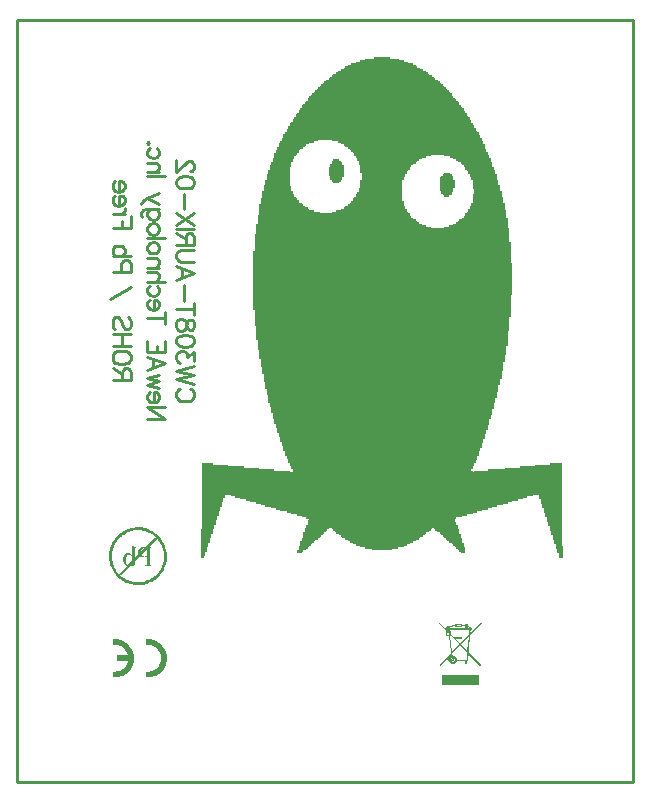
<source format=gbo>
G04*
G04 #@! TF.GenerationSoftware,Altium Limited,Altium Designer,19.0.12 (326)*
G04*
G04 Layer_Color=32896*
%FSLAX25Y25*%
%MOIN*%
G70*
G01*
G75*
%ADD14C,0.01000*%
G36*
X124417Y241260D02*
X127424D01*
Y240759D01*
X128927D01*
Y240257D01*
X130431D01*
Y239756D01*
X131934D01*
Y239255D01*
X132937D01*
Y238754D01*
X133438D01*
Y238253D01*
X134440D01*
Y237752D01*
X135443D01*
Y237250D01*
X136445D01*
Y236749D01*
X136946D01*
Y236248D01*
X137447D01*
Y235747D01*
X138450D01*
Y235246D01*
X138951D01*
Y234745D01*
X139452D01*
Y234243D01*
X140454D01*
Y233742D01*
X140955D01*
Y233241D01*
X141457D01*
Y232740D01*
X141958D01*
Y232239D01*
X142459D01*
Y231737D01*
X142960D01*
Y231236D01*
X143461D01*
Y230735D01*
X143963D01*
Y230234D01*
X144464D01*
Y229733D01*
X144965D01*
Y229232D01*
Y228731D01*
X145466D01*
Y228229D01*
X145967D01*
Y227728D01*
X146468D01*
Y227227D01*
X146970D01*
Y226726D01*
X147471D01*
Y226225D01*
Y225724D01*
X147972D01*
Y225222D01*
X148473D01*
Y224721D01*
X148974D01*
Y224220D01*
Y223719D01*
X149475D01*
Y223218D01*
X149977D01*
Y222716D01*
Y222215D01*
X150478D01*
Y221714D01*
X150979D01*
Y221213D01*
Y220712D01*
X151480D01*
Y220211D01*
Y219709D01*
X151981D01*
Y219208D01*
X152482D01*
Y218707D01*
Y218206D01*
X152984D01*
Y217705D01*
Y217204D01*
X153485D01*
Y216702D01*
X153986D01*
Y216201D01*
Y215700D01*
X154487D01*
Y215199D01*
Y214698D01*
X154988D01*
Y214197D01*
Y213695D01*
X155490D01*
Y213194D01*
Y212693D01*
X155991D01*
Y212192D01*
Y211691D01*
Y211190D01*
X156492D01*
Y210688D01*
Y210187D01*
X156993D01*
Y209686D01*
Y209185D01*
X157494D01*
Y208684D01*
Y208183D01*
X157995D01*
Y207681D01*
Y207180D01*
Y206679D01*
X158496D01*
Y206178D01*
Y205677D01*
Y205175D01*
X158998D01*
Y204674D01*
Y204173D01*
X159499D01*
Y203672D01*
Y203171D01*
Y202670D01*
X160000D01*
Y202168D01*
Y201667D01*
Y201166D01*
Y200665D01*
X160501D01*
Y200164D01*
Y199663D01*
Y199162D01*
X161002D01*
Y198660D01*
Y198159D01*
Y197658D01*
Y197157D01*
X161504D01*
Y196656D01*
Y196154D01*
Y195653D01*
Y195152D01*
X162005D01*
Y194651D01*
Y194150D01*
Y193649D01*
Y193147D01*
X162506D01*
Y192646D01*
Y192145D01*
Y191644D01*
Y191143D01*
Y190642D01*
X163007D01*
Y190140D01*
Y189639D01*
Y189138D01*
Y188637D01*
Y188136D01*
X163508D01*
Y187635D01*
Y187133D01*
Y186632D01*
Y186131D01*
Y185630D01*
Y185129D01*
Y184627D01*
X164009D01*
Y184126D01*
Y183625D01*
Y183124D01*
Y182623D01*
Y182122D01*
Y181621D01*
Y181119D01*
Y180618D01*
Y180117D01*
X164511D01*
Y179616D01*
Y179115D01*
Y178613D01*
Y178112D01*
Y177611D01*
Y177110D01*
Y176609D01*
Y176108D01*
Y175607D01*
Y175105D01*
Y174604D01*
Y174103D01*
Y173602D01*
Y173101D01*
X165012D01*
Y172599D01*
Y172098D01*
Y171597D01*
Y171096D01*
Y170595D01*
Y170094D01*
Y169592D01*
Y169091D01*
Y168590D01*
Y168089D01*
Y167588D01*
Y167087D01*
Y166585D01*
Y166084D01*
Y165583D01*
Y165082D01*
Y164581D01*
Y164080D01*
Y163578D01*
Y163077D01*
Y162576D01*
X164511D01*
Y162075D01*
Y161574D01*
Y161073D01*
Y160571D01*
Y160070D01*
Y159569D01*
Y159068D01*
Y158567D01*
Y158065D01*
Y157564D01*
Y157063D01*
Y156562D01*
Y156061D01*
Y155560D01*
Y155059D01*
X164009D01*
Y154557D01*
Y154056D01*
Y153555D01*
Y153054D01*
Y152553D01*
Y152051D01*
Y151550D01*
Y151049D01*
Y150548D01*
X163508D01*
Y150047D01*
Y149546D01*
Y149045D01*
Y148543D01*
Y148042D01*
Y147541D01*
Y147040D01*
Y146539D01*
Y146037D01*
Y145536D01*
X163007D01*
Y145035D01*
Y144534D01*
Y144033D01*
Y143532D01*
Y143030D01*
Y142529D01*
X162506D01*
Y142028D01*
Y141527D01*
Y141026D01*
Y140525D01*
Y140023D01*
X162005D01*
Y139522D01*
Y139021D01*
Y138520D01*
Y138019D01*
Y137518D01*
Y137016D01*
X161504D01*
Y136515D01*
Y136014D01*
Y135513D01*
Y135012D01*
Y134511D01*
X161002D01*
Y134009D01*
Y133508D01*
Y133007D01*
Y132506D01*
X160501D01*
Y132005D01*
Y131503D01*
Y131002D01*
Y130501D01*
Y130000D01*
X160000D01*
Y129499D01*
Y128998D01*
Y128497D01*
Y127995D01*
X159499D01*
Y127494D01*
Y126993D01*
Y126492D01*
X158998D01*
Y125991D01*
Y125489D01*
Y124988D01*
Y124487D01*
X158496D01*
Y123986D01*
Y123485D01*
Y122984D01*
Y122482D01*
X157995D01*
Y121981D01*
Y121480D01*
Y120979D01*
X157494D01*
Y120478D01*
Y119977D01*
Y119475D01*
Y118974D01*
X156993D01*
Y118473D01*
Y117972D01*
Y117471D01*
X156492D01*
Y116970D01*
Y116468D01*
Y115967D01*
X155991D01*
Y115466D01*
Y114965D01*
Y114464D01*
X155490D01*
Y113963D01*
Y113461D01*
Y112960D01*
X154988D01*
Y112459D01*
Y111958D01*
Y111457D01*
X154487D01*
Y110956D01*
Y110454D01*
X153986D01*
Y109953D01*
Y109452D01*
Y108951D01*
X153485D01*
Y108450D01*
Y107949D01*
Y107447D01*
X152984D01*
Y106946D01*
Y106445D01*
X152482D01*
Y105944D01*
Y105443D01*
X151981D01*
Y104941D01*
Y104440D01*
X151480D01*
Y103939D01*
X151981D01*
Y103438D01*
X152482D01*
Y103939D01*
X156993D01*
Y104440D01*
X162506D01*
Y104941D01*
X167518D01*
Y105443D01*
X172529D01*
Y105944D01*
X177541D01*
Y106445D01*
X181550D01*
Y105944D01*
Y105443D01*
Y104941D01*
Y104440D01*
Y103939D01*
Y103438D01*
Y102937D01*
Y102436D01*
Y101935D01*
Y101433D01*
Y100932D01*
Y100431D01*
Y99930D01*
Y99429D01*
Y98927D01*
Y98426D01*
Y97925D01*
Y97424D01*
Y96923D01*
Y96422D01*
Y95920D01*
Y95419D01*
Y94918D01*
Y94417D01*
Y93916D01*
Y93415D01*
Y92913D01*
Y92412D01*
Y91911D01*
Y91410D01*
Y90909D01*
Y90408D01*
Y89906D01*
Y89405D01*
Y88904D01*
Y88403D01*
Y87902D01*
Y87401D01*
Y86899D01*
Y86398D01*
Y85897D01*
Y85396D01*
Y84895D01*
Y84394D01*
Y83892D01*
Y83391D01*
Y82890D01*
Y82389D01*
Y81888D01*
Y81387D01*
Y80885D01*
Y80384D01*
Y79883D01*
Y79382D01*
Y78881D01*
X182052D01*
Y78379D01*
Y77878D01*
Y77377D01*
Y76876D01*
Y76375D01*
Y75874D01*
Y75372D01*
Y74871D01*
X180548D01*
Y75372D01*
Y75874D01*
Y76375D01*
X180047D01*
Y76876D01*
Y77377D01*
Y77878D01*
X179546D01*
Y78379D01*
Y78881D01*
Y79382D01*
X179044D01*
Y79883D01*
Y80384D01*
Y80885D01*
X178543D01*
Y81387D01*
Y81888D01*
Y82389D01*
X178042D01*
Y82890D01*
Y83391D01*
Y83892D01*
X177541D01*
Y84394D01*
Y84895D01*
Y85396D01*
X177040D01*
Y85897D01*
Y86398D01*
Y86899D01*
X176539D01*
Y87401D01*
Y87902D01*
Y88403D01*
X176037D01*
Y88904D01*
Y89405D01*
Y89906D01*
X175536D01*
Y90408D01*
Y90909D01*
Y91410D01*
X175035D01*
Y91911D01*
Y92412D01*
Y92913D01*
X174534D01*
Y93415D01*
Y93916D01*
Y94417D01*
X174033D01*
Y94918D01*
Y95419D01*
Y95920D01*
X172028D01*
Y95419D01*
X170023D01*
Y94918D01*
X168520D01*
Y94417D01*
X167016D01*
Y93916D01*
X165012D01*
Y93415D01*
X163508D01*
Y92913D01*
X162005D01*
Y92412D01*
X160000D01*
Y91911D01*
X158496D01*
Y91410D01*
X156993D01*
Y90909D01*
X154988D01*
Y90408D01*
X153485D01*
Y89906D01*
X151981D01*
Y89405D01*
X149977D01*
Y88904D01*
X148473D01*
Y88403D01*
X146468D01*
Y87902D01*
X145967D01*
Y87401D01*
Y86899D01*
X146468D01*
Y86398D01*
Y85897D01*
X146970D01*
Y85396D01*
Y84895D01*
Y84394D01*
X147471D01*
Y83892D01*
Y83391D01*
Y82890D01*
X147972D01*
Y82389D01*
Y81888D01*
Y81387D01*
X148473D01*
Y80885D01*
Y80384D01*
Y79883D01*
X148974D01*
Y79382D01*
Y78881D01*
Y78379D01*
X149475D01*
Y77878D01*
Y77377D01*
Y76876D01*
Y76375D01*
X147972D01*
Y76876D01*
X147471D01*
Y77377D01*
X146970D01*
Y77878D01*
X146468D01*
Y78379D01*
X145967D01*
Y78881D01*
X145466D01*
Y79382D01*
X144965D01*
Y79883D01*
X143963D01*
Y80384D01*
X143461D01*
Y80885D01*
X142960D01*
Y81387D01*
X142459D01*
Y81888D01*
X141958D01*
Y82389D01*
X141457D01*
Y82890D01*
X140955D01*
Y83391D01*
X139953D01*
Y83892D01*
X139452D01*
Y84394D01*
X138951D01*
Y84895D01*
X138450D01*
Y84394D01*
X137949D01*
Y83892D01*
X137447D01*
Y83391D01*
X136445D01*
Y82890D01*
X135944D01*
Y82389D01*
X135443D01*
Y81888D01*
X134440D01*
Y81387D01*
X133939D01*
Y80885D01*
X132937D01*
Y80384D01*
X131934D01*
Y79883D01*
X130932D01*
Y79382D01*
X129930D01*
Y78881D01*
X128927D01*
Y78379D01*
X126923D01*
Y77878D01*
X124918D01*
Y77377D01*
X118403D01*
Y77878D01*
X115897D01*
Y78379D01*
X114393D01*
Y78881D01*
X112890D01*
Y79382D01*
X111888D01*
Y79883D01*
X110885D01*
Y80384D01*
X110384D01*
Y80885D01*
X109382D01*
Y81387D01*
X108379D01*
Y81888D01*
X107878D01*
Y82389D01*
X107377D01*
Y82890D01*
X106375D01*
Y83391D01*
X105874D01*
Y83892D01*
X105373D01*
Y84394D01*
X104871D01*
Y84895D01*
X103869D01*
Y84394D01*
X103368D01*
Y83892D01*
X102867D01*
Y83391D01*
X102365D01*
Y82890D01*
X101864D01*
Y82389D01*
X101363D01*
Y81888D01*
X100862D01*
Y81387D01*
X100361D01*
Y80885D01*
X99358D01*
Y80384D01*
X98857D01*
Y79883D01*
X98356D01*
Y79382D01*
X97855D01*
Y78881D01*
X97354D01*
Y78379D01*
X96853D01*
Y77878D01*
X96351D01*
Y77377D01*
X95349D01*
Y76876D01*
X94848D01*
Y76375D01*
X93344D01*
Y76876D01*
Y77377D01*
X93846D01*
Y77878D01*
Y78379D01*
Y78881D01*
X94347D01*
Y79382D01*
Y79883D01*
Y80384D01*
X94848D01*
Y80885D01*
Y81387D01*
X95349D01*
Y81888D01*
Y82389D01*
Y82890D01*
Y83391D01*
X95850D01*
Y83892D01*
Y84394D01*
Y84895D01*
X96351D01*
Y85396D01*
Y85897D01*
X96853D01*
Y86398D01*
Y86899D01*
Y87401D01*
X97354D01*
Y87902D01*
X96351D01*
Y88403D01*
X94848D01*
Y88904D01*
X93344D01*
Y89405D01*
X91340D01*
Y89906D01*
X89836D01*
Y90408D01*
X87831D01*
Y90909D01*
X86328D01*
Y91410D01*
X84825D01*
Y91911D01*
X82820D01*
Y92412D01*
X81316D01*
Y92913D01*
X79813D01*
Y93415D01*
X77808D01*
Y93916D01*
X76305D01*
Y94417D01*
X74300D01*
Y94918D01*
X72796D01*
Y95419D01*
X71293D01*
Y95920D01*
X69288D01*
Y95419D01*
Y94918D01*
X68787D01*
Y94417D01*
Y93916D01*
Y93415D01*
X68286D01*
Y92913D01*
Y92412D01*
Y91911D01*
X67785D01*
Y91410D01*
Y90909D01*
Y90408D01*
X67283D01*
Y89906D01*
Y89405D01*
Y88904D01*
X66782D01*
Y88403D01*
Y87902D01*
Y87401D01*
X66281D01*
Y86899D01*
Y86398D01*
Y85897D01*
X65780D01*
Y85396D01*
Y84895D01*
Y84394D01*
X65279D01*
Y83892D01*
Y83391D01*
Y82890D01*
X64778D01*
Y82389D01*
Y81888D01*
Y81387D01*
X64276D01*
Y80885D01*
Y80384D01*
Y79883D01*
X63775D01*
Y79382D01*
Y78881D01*
Y78379D01*
X63274D01*
Y77878D01*
Y77377D01*
Y76876D01*
X62773D01*
Y76375D01*
Y75874D01*
Y75372D01*
X62272D01*
Y74871D01*
X61269D01*
Y75372D01*
Y75874D01*
Y76375D01*
Y76876D01*
Y77377D01*
Y77878D01*
Y78379D01*
Y78881D01*
Y79382D01*
Y79883D01*
Y80384D01*
Y80885D01*
Y81387D01*
Y81888D01*
Y82389D01*
Y82890D01*
Y83391D01*
Y83892D01*
Y84394D01*
X61771D01*
Y84895D01*
Y85396D01*
Y85897D01*
Y86398D01*
Y86899D01*
Y87401D01*
Y87902D01*
Y88403D01*
Y88904D01*
Y89405D01*
Y89906D01*
Y90408D01*
Y90909D01*
Y91410D01*
Y91911D01*
Y92412D01*
Y92913D01*
Y93415D01*
Y93916D01*
Y94417D01*
Y94918D01*
Y95419D01*
Y95920D01*
Y96422D01*
Y96923D01*
Y97424D01*
Y97925D01*
Y98426D01*
Y98927D01*
Y99429D01*
Y99930D01*
Y100431D01*
Y100932D01*
Y101433D01*
Y101935D01*
Y102436D01*
Y102937D01*
Y103438D01*
Y103939D01*
Y104440D01*
Y104941D01*
Y105443D01*
Y105944D01*
Y106445D01*
X65279D01*
Y105944D01*
X70291D01*
Y105443D01*
X75803D01*
Y104941D01*
X80815D01*
Y104440D01*
X85827D01*
Y103939D01*
X90838D01*
Y103438D01*
X91841D01*
Y103939D01*
Y104440D01*
X91340D01*
Y104941D01*
Y105443D01*
X90838D01*
Y105944D01*
Y106445D01*
X90337D01*
Y106946D01*
Y107447D01*
Y107949D01*
X89836D01*
Y108450D01*
Y108951D01*
X89335D01*
Y109452D01*
Y109953D01*
Y110454D01*
X88834D01*
Y110956D01*
Y111457D01*
Y111958D01*
X88333D01*
Y112459D01*
Y112960D01*
Y113461D01*
X87831D01*
Y113963D01*
Y114464D01*
Y114965D01*
X87330D01*
Y115466D01*
Y115967D01*
Y116468D01*
X86829D01*
Y116970D01*
Y117471D01*
Y117972D01*
X86328D01*
Y118473D01*
Y118974D01*
Y119475D01*
X85827D01*
Y119977D01*
Y120478D01*
Y120979D01*
X85326D01*
Y121480D01*
Y121981D01*
Y122482D01*
Y122984D01*
X84825D01*
Y123485D01*
Y123986D01*
Y124487D01*
Y124988D01*
X84323D01*
Y125489D01*
Y125991D01*
Y126492D01*
X83822D01*
Y126993D01*
Y127494D01*
Y127995D01*
Y128497D01*
Y128998D01*
X83321D01*
Y129499D01*
Y130000D01*
Y130501D01*
Y131002D01*
X82820D01*
Y131503D01*
Y132005D01*
Y132506D01*
Y133007D01*
Y133508D01*
X82319D01*
Y134009D01*
Y134511D01*
Y135012D01*
Y135513D01*
Y136014D01*
X81818D01*
Y136515D01*
Y137016D01*
Y137518D01*
Y138019D01*
Y138520D01*
X81316D01*
Y139021D01*
Y139522D01*
Y140023D01*
Y140525D01*
Y141026D01*
X80815D01*
Y141527D01*
Y142028D01*
Y142529D01*
Y143030D01*
Y143532D01*
Y144033D01*
X80314D01*
Y144534D01*
Y145035D01*
Y145536D01*
Y146037D01*
Y146539D01*
Y147040D01*
Y147541D01*
X79813D01*
Y148042D01*
Y148543D01*
Y149045D01*
Y149546D01*
Y150047D01*
Y150548D01*
Y151049D01*
Y151550D01*
Y152051D01*
X79312D01*
Y152553D01*
Y153054D01*
Y153555D01*
Y154056D01*
Y154557D01*
Y155059D01*
Y155560D01*
Y156061D01*
Y156562D01*
Y157063D01*
Y157564D01*
X78811D01*
Y158065D01*
Y158567D01*
Y159068D01*
Y159569D01*
Y160070D01*
Y160571D01*
Y161073D01*
Y161574D01*
Y162075D01*
Y162576D01*
Y163077D01*
Y163578D01*
Y164080D01*
Y164581D01*
Y165082D01*
Y165583D01*
Y166084D01*
Y166585D01*
Y167087D01*
Y167588D01*
Y168089D01*
Y168590D01*
Y169091D01*
Y169592D01*
Y170094D01*
Y170595D01*
Y171096D01*
Y171597D01*
Y172098D01*
Y172599D01*
Y173101D01*
Y173602D01*
Y174103D01*
Y174604D01*
Y175105D01*
Y175607D01*
Y176108D01*
Y176609D01*
Y177110D01*
X79312D01*
Y177611D01*
Y178112D01*
Y178613D01*
Y179115D01*
Y179616D01*
Y180117D01*
Y180618D01*
Y181119D01*
Y181621D01*
Y182122D01*
Y182623D01*
X79813D01*
Y183124D01*
Y183625D01*
Y184126D01*
Y184627D01*
Y185129D01*
Y185630D01*
Y186131D01*
X80314D01*
Y186632D01*
Y187133D01*
Y187635D01*
Y188136D01*
Y188637D01*
Y189138D01*
X80815D01*
Y189639D01*
Y190140D01*
Y190642D01*
Y191143D01*
Y191644D01*
Y192145D01*
Y192646D01*
X81316D01*
Y193147D01*
Y193649D01*
Y194150D01*
Y194651D01*
X81818D01*
Y195152D01*
Y195653D01*
Y196154D01*
Y196656D01*
Y197157D01*
X82319D01*
Y197658D01*
Y198159D01*
Y198660D01*
Y199162D01*
X82820D01*
Y199663D01*
Y200164D01*
Y200665D01*
X83321D01*
Y201166D01*
Y201667D01*
Y202168D01*
Y202670D01*
X83822D01*
Y203171D01*
Y203672D01*
Y204173D01*
X84323D01*
Y204674D01*
Y205175D01*
Y205677D01*
X84825D01*
Y206178D01*
Y206679D01*
X85326D01*
Y207180D01*
Y207681D01*
Y208183D01*
X85827D01*
Y208684D01*
Y209185D01*
Y209686D01*
X86328D01*
Y210187D01*
Y210688D01*
X86829D01*
Y211190D01*
Y211691D01*
X87330D01*
Y212192D01*
Y212693D01*
Y213194D01*
X87831D01*
Y213695D01*
X88333D01*
Y214197D01*
Y214698D01*
X88834D01*
Y215199D01*
Y215700D01*
Y216201D01*
X89335D01*
Y216702D01*
X89836D01*
Y217204D01*
Y217705D01*
X90337D01*
Y218206D01*
Y218707D01*
X90838D01*
Y219208D01*
Y219709D01*
X91340D01*
Y220211D01*
X91841D01*
Y220712D01*
Y221213D01*
X92342D01*
Y221714D01*
X92843D01*
Y222215D01*
Y222716D01*
X93344D01*
Y223218D01*
X93846D01*
Y223719D01*
Y224220D01*
X94347D01*
Y224721D01*
X94848D01*
Y225222D01*
Y225724D01*
X95349D01*
Y226225D01*
X95850D01*
Y226726D01*
X96351D01*
Y227227D01*
X96853D01*
Y227728D01*
Y228229D01*
X97354D01*
Y228731D01*
X97855D01*
Y229232D01*
X98356D01*
Y229733D01*
X98857D01*
Y230234D01*
X99358D01*
Y230735D01*
X99860D01*
Y231236D01*
X100361D01*
Y231737D01*
X100862D01*
Y232239D01*
X101363D01*
Y232740D01*
X101864D01*
Y233241D01*
X102365D01*
Y233742D01*
X102867D01*
Y234243D01*
X103869D01*
Y234745D01*
X104370D01*
Y235246D01*
X104871D01*
Y235747D01*
X105373D01*
Y236248D01*
X106375D01*
Y236749D01*
X106876D01*
Y237250D01*
X107878D01*
Y237752D01*
X108881D01*
Y238253D01*
X109382D01*
Y238754D01*
X110384D01*
Y239255D01*
X111387D01*
Y239756D01*
X112890D01*
Y240257D01*
X114393D01*
Y240759D01*
X115897D01*
Y241260D01*
X118904D01*
Y241761D01*
X124417D01*
Y241260D01*
D02*
G37*
G36*
X155000Y53210D02*
X151089Y49138D01*
X150974Y48027D01*
X150719Y45366D01*
X150534Y43445D01*
X154722Y39118D01*
X154445Y38840D01*
X150488Y42890D01*
X150256Y40414D01*
X150141D01*
Y39465D01*
X149261D01*
Y40414D01*
X146531D01*
X146438Y40229D01*
X146299Y40044D01*
X146114Y39835D01*
X145860Y39650D01*
X145559Y39558D01*
X145281Y39535D01*
X145003D01*
X144795Y39604D01*
X144541Y39696D01*
X144333Y39835D01*
X144170Y39997D01*
X144009Y40229D01*
X143893Y40483D01*
X143823Y40715D01*
X143800Y40923D01*
X143823Y41154D01*
X143870Y41339D01*
X143939Y41525D01*
X144032Y41710D01*
X144147Y41872D01*
X144309Y42034D01*
X144494Y42149D01*
X144656Y42219D01*
X144633Y42427D01*
X141162Y38840D01*
X140885Y39141D01*
X144587Y42982D01*
X144286Y46338D01*
X144078Y48767D01*
X142967D01*
Y50318D01*
X143268D01*
X140445Y53210D01*
X140746Y53488D01*
X143384Y50757D01*
Y50966D01*
X143337Y51012D01*
X143268Y51058D01*
X143199Y51128D01*
X143129Y51197D01*
X143083Y51313D01*
X143060Y51405D01*
X143037Y51521D01*
X143060Y51660D01*
X143106Y51753D01*
X143199Y51915D01*
X143314Y52007D01*
X143476Y52076D01*
X143638Y52100D01*
X143800Y52076D01*
X143939Y52030D01*
X144055Y51961D01*
X144101Y51891D01*
X144217Y51984D01*
X144379Y52100D01*
X144587Y52192D01*
X144888Y52308D01*
X145212Y52400D01*
X145536Y52470D01*
X145883Y52539D01*
X146160Y52562D01*
Y52909D01*
X148382D01*
Y52609D01*
X148567D01*
X148845Y52586D01*
X149146Y52539D01*
X149446Y52493D01*
Y52678D01*
X150395D01*
Y52238D01*
X150511Y52169D01*
X150673Y52100D01*
X150835Y52007D01*
X150974Y51915D01*
X151112Y51799D01*
X151205Y51706D01*
X151251Y51637D01*
X151298Y51544D01*
X151275Y51382D01*
X151830D01*
Y50665D01*
X151228D01*
X151136Y49762D01*
X154722Y53488D01*
X155000Y53210D01*
D02*
G37*
G36*
X154167Y35647D02*
Y35601D01*
Y35508D01*
Y35416D01*
Y35323D01*
Y35230D01*
Y35184D01*
Y35161D01*
Y34791D01*
Y34444D01*
Y34282D01*
Y34166D01*
Y34097D01*
Y34073D01*
Y33657D01*
Y33472D01*
Y33310D01*
Y33171D01*
Y33079D01*
Y33009D01*
Y32986D01*
Y32824D01*
Y32708D01*
Y32616D01*
Y32569D01*
Y32500D01*
X141509D01*
Y32523D01*
Y32569D01*
Y32754D01*
Y32917D01*
Y32963D01*
Y32986D01*
Y33356D01*
Y33703D01*
Y33865D01*
Y33981D01*
Y34050D01*
Y34073D01*
Y34490D01*
Y34675D01*
Y34837D01*
Y34976D01*
Y35069D01*
Y35138D01*
Y35161D01*
Y35323D01*
Y35462D01*
Y35555D01*
Y35601D01*
Y35647D01*
Y35670D01*
X154167D01*
Y35647D01*
D02*
G37*
G36*
X41068Y85062D02*
X41785Y84969D01*
X42456Y84830D01*
X43104Y84645D01*
X43706Y84437D01*
X44261Y84182D01*
X44793Y83928D01*
X45256Y83673D01*
X45696Y83395D01*
X46066Y83141D01*
X46390Y82910D01*
X46668Y82678D01*
X46899Y82493D01*
X47038Y82354D01*
X47154Y82262D01*
X47177Y82238D01*
X47663Y81683D01*
X48103Y81128D01*
X48496Y80549D01*
X48797Y79971D01*
X49074Y79392D01*
X49306Y78814D01*
X49491Y78281D01*
X49653Y77749D01*
X49769Y77263D01*
X49861Y76801D01*
X49907Y76407D01*
X49954Y76060D01*
X49977Y75782D01*
X50000Y75574D01*
Y75435D01*
Y75412D01*
Y75389D01*
X49977Y74648D01*
X49884Y73954D01*
X49746Y73260D01*
X49560Y72635D01*
X49352Y72034D01*
X49097Y71455D01*
X48843Y70946D01*
X48588Y70460D01*
X48334Y70044D01*
X48079Y69650D01*
X47825Y69326D01*
X47617Y69049D01*
X47431Y68840D01*
X47293Y68678D01*
X47200Y68563D01*
X47177Y68540D01*
X46645Y68054D01*
X46066Y67614D01*
X45488Y67221D01*
X44909Y66920D01*
X44331Y66642D01*
X43775Y66411D01*
X43220Y66225D01*
X42688Y66064D01*
X42202Y65948D01*
X41739Y65855D01*
X41346Y65809D01*
X40999Y65763D01*
X40721Y65740D01*
X40513Y65716D01*
X40328D01*
X39587Y65740D01*
X38893Y65832D01*
X38222Y65971D01*
X37574Y66156D01*
X36972Y66364D01*
X36417Y66619D01*
X35885Y66874D01*
X35422Y67128D01*
X34982Y67383D01*
X34612Y67637D01*
X34288Y67892D01*
X34010Y68100D01*
X33779Y68285D01*
X33640Y68424D01*
X33524Y68516D01*
X33501Y68540D01*
X32992Y69095D01*
X32552Y69650D01*
X32182Y70229D01*
X31858Y70807D01*
X31581Y71386D01*
X31349Y71964D01*
X31164Y72520D01*
X31002Y73029D01*
X30886Y73515D01*
X30794Y73977D01*
X30748Y74371D01*
X30701Y74718D01*
X30678Y74996D01*
X30655Y75204D01*
Y75343D01*
Y75389D01*
X30678Y76130D01*
X30771Y76824D01*
X30909Y77518D01*
X31095Y78143D01*
X31303Y78744D01*
X31557Y79323D01*
X31812Y79832D01*
X32067Y80318D01*
X32344Y80757D01*
X32599Y81128D01*
X32830Y81452D01*
X33062Y81729D01*
X33247Y81961D01*
X33386Y82100D01*
X33478Y82215D01*
X33501Y82238D01*
X34033Y82748D01*
X34612Y83187D01*
X35167Y83557D01*
X35769Y83881D01*
X36324Y84159D01*
X36903Y84390D01*
X37458Y84576D01*
X37967Y84737D01*
X38453Y84853D01*
X38916Y84946D01*
X39309Y84992D01*
X39656Y85038D01*
X39934Y85062D01*
X40142Y85085D01*
X40328D01*
X41068Y85062D01*
D02*
G37*
G36*
X44030Y47866D02*
X44516Y47820D01*
X44956Y47704D01*
X45395Y47588D01*
X45788Y47449D01*
X46182Y47287D01*
X46529Y47125D01*
X46830Y46940D01*
X47131Y46755D01*
X47385Y46593D01*
X47593Y46431D01*
X47779Y46292D01*
X47940Y46177D01*
X48033Y46084D01*
X48103Y46015D01*
X48126Y45992D01*
X48450Y45621D01*
X48750Y45251D01*
X49005Y44881D01*
X49213Y44487D01*
X49398Y44094D01*
X49537Y43724D01*
X49676Y43354D01*
X49769Y43006D01*
X49838Y42682D01*
X49907Y42382D01*
X49931Y42104D01*
X49977Y41873D01*
Y41688D01*
X50000Y41549D01*
Y41456D01*
Y41433D01*
X49977Y40947D01*
X49907Y40484D01*
X49815Y40021D01*
X49699Y39605D01*
X49560Y39188D01*
X49398Y38818D01*
X49236Y38471D01*
X49051Y38147D01*
X48889Y37869D01*
X48727Y37615D01*
X48565Y37407D01*
X48426Y37221D01*
X48288Y37060D01*
X48195Y36967D01*
X48149Y36898D01*
X48126Y36874D01*
X47755Y36550D01*
X47385Y36250D01*
X46992Y35995D01*
X46598Y35787D01*
X46228Y35602D01*
X45835Y35463D01*
X45465Y35324D01*
X45118Y35231D01*
X44793Y35162D01*
X44493Y35093D01*
X44215Y35069D01*
X43984Y35023D01*
X43799D01*
X43660Y35000D01*
X43312D01*
X43104Y35023D01*
X42896D01*
Y36967D01*
X43127Y36944D01*
X43336Y36921D01*
X43544D01*
X43891Y36944D01*
X44215Y36967D01*
X44539Y37036D01*
X44840Y37129D01*
X45372Y37337D01*
X45835Y37592D01*
X46043Y37707D01*
X46228Y37823D01*
X46367Y37939D01*
X46506Y38031D01*
X46598Y38124D01*
X46668Y38193D01*
X46714Y38217D01*
X46737Y38240D01*
X46969Y38494D01*
X47177Y38772D01*
X47339Y39026D01*
X47501Y39304D01*
X47617Y39582D01*
X47732Y39836D01*
X47894Y40345D01*
X47987Y40785D01*
X48010Y40970D01*
X48033Y41132D01*
X48056Y41248D01*
Y41340D01*
Y41410D01*
Y41433D01*
X48033Y41780D01*
X48010Y42104D01*
X47940Y42428D01*
X47848Y42729D01*
X47640Y43261D01*
X47385Y43724D01*
X47269Y43932D01*
X47154Y44117D01*
X47038Y44256D01*
X46946Y44395D01*
X46853Y44487D01*
X46784Y44557D01*
X46760Y44603D01*
X46737Y44626D01*
X46483Y44858D01*
X46228Y45066D01*
X45950Y45251D01*
X45673Y45413D01*
X45418Y45529D01*
X45141Y45644D01*
X44655Y45806D01*
X44215Y45899D01*
X44007Y45922D01*
X43868Y45945D01*
X43729Y45968D01*
X43312D01*
X43104Y45945D01*
X42942Y45922D01*
X42896D01*
Y47866D01*
X43104Y47889D01*
X43544D01*
X44030Y47866D01*
D02*
G37*
G36*
X33062D02*
X33547Y47820D01*
X33987Y47704D01*
X34427Y47588D01*
X34820Y47449D01*
X35214Y47287D01*
X35561Y47125D01*
X35862Y46940D01*
X36162Y46755D01*
X36417Y46593D01*
X36625Y46431D01*
X36810Y46292D01*
X36972Y46177D01*
X37065Y46084D01*
X37134Y46015D01*
X37157Y45992D01*
X37481Y45621D01*
X37782Y45251D01*
X38037Y44881D01*
X38245Y44487D01*
X38430Y44094D01*
X38569Y43724D01*
X38708Y43354D01*
X38800Y43006D01*
X38870Y42682D01*
X38939Y42382D01*
X38962Y42104D01*
X39009Y41873D01*
Y41688D01*
X39032Y41549D01*
Y41456D01*
Y41433D01*
X39009Y40947D01*
X38939Y40484D01*
X38846Y40021D01*
X38731Y39605D01*
X38592Y39188D01*
X38430Y38818D01*
X38268Y38471D01*
X38083Y38147D01*
X37921Y37869D01*
X37759Y37615D01*
X37597Y37407D01*
X37458Y37221D01*
X37319Y37060D01*
X37227Y36967D01*
X37180Y36898D01*
X37157Y36874D01*
X36787Y36550D01*
X36417Y36250D01*
X36023Y35995D01*
X35630Y35787D01*
X35260Y35602D01*
X34866Y35463D01*
X34496Y35324D01*
X34149Y35231D01*
X33825Y35162D01*
X33524Y35093D01*
X33247Y35069D01*
X33015Y35023D01*
X32830D01*
X32691Y35000D01*
X32344D01*
X32136Y35023D01*
X31928D01*
X31951Y36967D01*
X32159Y36944D01*
X32367Y36921D01*
X32576D01*
X32876Y36944D01*
X33154Y36967D01*
X33686Y37083D01*
X34172Y37245D01*
X34589Y37430D01*
X34936Y37592D01*
X35075Y37684D01*
X35190Y37754D01*
X35306Y37823D01*
X35375Y37869D01*
X35399Y37916D01*
X35422D01*
X35838Y38309D01*
X36185Y38749D01*
X36463Y39165D01*
X36671Y39582D01*
X36810Y39929D01*
X36880Y40091D01*
X36926Y40230D01*
X36949Y40322D01*
X36972Y40415D01*
X36995Y40461D01*
Y40484D01*
X33224D01*
Y42405D01*
X36995D01*
X36833Y42960D01*
X36602Y43469D01*
X36347Y43909D01*
X36093Y44279D01*
X35838Y44580D01*
X35630Y44788D01*
X35468Y44927D01*
X35445Y44973D01*
X35422D01*
X35190Y45158D01*
X34936Y45297D01*
X34450Y45552D01*
X33964Y45737D01*
X33524Y45853D01*
X33154Y45922D01*
X32992Y45945D01*
X32853D01*
X32738Y45968D01*
X32344D01*
X32136Y45945D01*
X31974Y45922D01*
X31928D01*
Y47866D01*
X32182Y47889D01*
X32576D01*
X33062Y47866D01*
D02*
G37*
%LPC*%
G36*
X104871Y214197D02*
X100361D01*
Y213695D01*
X98857D01*
Y213194D01*
X97354D01*
Y212693D01*
X96351D01*
Y212192D01*
X95850D01*
Y211691D01*
X95349D01*
Y211190D01*
X94347D01*
Y210688D01*
X93846D01*
Y210187D01*
Y209686D01*
X93344D01*
Y209185D01*
X92843D01*
Y208684D01*
X92342D01*
Y208183D01*
Y207681D01*
X91841D01*
Y207180D01*
Y206679D01*
X91340D01*
Y206178D01*
Y205677D01*
Y205175D01*
X90838D01*
Y204674D01*
Y204173D01*
Y203672D01*
Y203171D01*
Y202670D01*
Y202168D01*
Y201667D01*
Y201166D01*
Y200665D01*
Y200164D01*
Y199663D01*
Y199162D01*
Y198660D01*
X91340D01*
Y198159D01*
Y197658D01*
Y197157D01*
X91841D01*
Y196656D01*
Y196154D01*
X92342D01*
Y195653D01*
Y195152D01*
X92843D01*
Y194651D01*
X93344D01*
Y194150D01*
X93846D01*
Y193649D01*
Y193147D01*
X94848D01*
Y192646D01*
X95349D01*
Y192145D01*
X95850D01*
Y191644D01*
X96853D01*
Y191143D01*
X97354D01*
Y190642D01*
X98857D01*
Y190140D01*
X100862D01*
Y189639D01*
X104871D01*
Y190140D01*
X106375D01*
Y190642D01*
X107878D01*
Y191143D01*
X108881D01*
Y191644D01*
X109382D01*
Y192145D01*
X110384D01*
Y192646D01*
X110885D01*
Y193147D01*
X111387D01*
Y193649D01*
X111888D01*
Y194150D01*
Y194651D01*
X112389D01*
Y195152D01*
X112890D01*
Y195653D01*
Y196154D01*
X113391D01*
Y196656D01*
X113892D01*
Y197157D01*
Y197658D01*
Y198159D01*
X114393D01*
Y198660D01*
Y199162D01*
Y199663D01*
Y200164D01*
Y200665D01*
X114895D01*
Y201166D01*
Y201667D01*
Y202168D01*
Y202670D01*
Y203171D01*
X114393D01*
Y203672D01*
Y204173D01*
Y204674D01*
Y205175D01*
Y205677D01*
X113892D01*
Y206178D01*
Y206679D01*
Y207180D01*
X113391D01*
Y207681D01*
Y208183D01*
X112890D01*
Y208684D01*
X112389D01*
Y209185D01*
Y209686D01*
X111888D01*
Y210187D01*
X111387D01*
Y210688D01*
X110885D01*
Y211190D01*
X110384D01*
Y211691D01*
X109382D01*
Y212192D01*
X108881D01*
Y212693D01*
X107878D01*
Y213194D01*
X106876D01*
Y213695D01*
X104871D01*
Y214197D01*
D02*
G37*
G36*
X142459Y209185D02*
X137949D01*
Y208684D01*
X136445D01*
Y208183D01*
X134941D01*
Y207681D01*
X133939D01*
Y207180D01*
X133438D01*
Y206679D01*
X132937D01*
Y206178D01*
X131934D01*
Y205677D01*
X131433D01*
Y205175D01*
X130932D01*
Y204674D01*
Y204173D01*
X130431D01*
Y203672D01*
X129930D01*
Y203171D01*
Y202670D01*
X129429D01*
Y202168D01*
Y201667D01*
X128927D01*
Y201166D01*
Y200665D01*
X128426D01*
Y200164D01*
Y199663D01*
Y199162D01*
Y198660D01*
Y198159D01*
Y197658D01*
Y197157D01*
Y196656D01*
Y196154D01*
Y195653D01*
Y195152D01*
Y194651D01*
Y194150D01*
Y193649D01*
X128927D01*
Y193147D01*
Y192646D01*
Y192145D01*
X129429D01*
Y191644D01*
Y191143D01*
X129930D01*
Y190642D01*
Y190140D01*
X130431D01*
Y189639D01*
X130932D01*
Y189138D01*
Y188637D01*
X131433D01*
Y188136D01*
X131934D01*
Y187635D01*
X132937D01*
Y187133D01*
X133438D01*
Y186632D01*
X133939D01*
Y186131D01*
X134941D01*
Y185630D01*
X136445D01*
Y185129D01*
X137949D01*
Y184627D01*
X142459D01*
Y185129D01*
X143963D01*
Y185630D01*
X145466D01*
Y186131D01*
X146468D01*
Y186632D01*
X146970D01*
Y187133D01*
X147471D01*
Y187635D01*
X148473D01*
Y188136D01*
X148974D01*
Y188637D01*
X149475D01*
Y189138D01*
Y189639D01*
X149977D01*
Y190140D01*
X150478D01*
Y190642D01*
Y191143D01*
X150979D01*
Y191644D01*
Y192145D01*
X151480D01*
Y192646D01*
Y193147D01*
X151981D01*
Y193649D01*
Y194150D01*
Y194651D01*
Y195152D01*
Y195653D01*
Y196154D01*
X152482D01*
Y196656D01*
Y197157D01*
Y197658D01*
X151981D01*
Y198159D01*
Y198660D01*
Y199162D01*
Y199663D01*
Y200164D01*
Y200665D01*
X151480D01*
Y201166D01*
Y201667D01*
X150979D01*
Y202168D01*
Y202670D01*
X150478D01*
Y203171D01*
Y203672D01*
X149977D01*
Y204173D01*
X149475D01*
Y204674D01*
Y205175D01*
X148974D01*
Y205677D01*
X148473D01*
Y206178D01*
X147972D01*
Y206679D01*
X146970D01*
Y207180D01*
X146468D01*
Y207681D01*
X145466D01*
Y208183D01*
X144464D01*
Y208684D01*
X142459D01*
Y209185D01*
D02*
G37*
%LPD*%
G36*
X107377Y207180D02*
X107878D01*
Y206679D01*
X108379D01*
Y206178D01*
Y205677D01*
X108881D01*
Y205175D01*
Y204674D01*
Y204173D01*
Y203672D01*
Y203171D01*
Y202670D01*
Y202168D01*
Y201667D01*
X108379D01*
Y201166D01*
Y200665D01*
X107878D01*
Y200164D01*
X107377D01*
Y199663D01*
X105373D01*
Y200164D01*
X104871D01*
Y200665D01*
X104370D01*
Y201166D01*
Y201667D01*
Y202168D01*
X103869D01*
Y202670D01*
Y203171D01*
Y203672D01*
Y204173D01*
Y204674D01*
Y205175D01*
X104370D01*
Y205677D01*
Y206178D01*
X104871D01*
Y206679D01*
Y207180D01*
X105373D01*
Y207681D01*
X107377D01*
Y207180D01*
D02*
G37*
G36*
X144464Y202670D02*
X144965D01*
Y202168D01*
X145466D01*
Y201667D01*
Y201166D01*
Y200665D01*
X145967D01*
Y200164D01*
Y199663D01*
Y199162D01*
Y198660D01*
Y198159D01*
X145466D01*
Y197658D01*
Y197157D01*
Y196656D01*
X144965D01*
Y196154D01*
Y195653D01*
X143963D01*
Y195152D01*
X142459D01*
Y195653D01*
X141958D01*
Y196154D01*
X141457D01*
Y196656D01*
Y197157D01*
X140955D01*
Y197658D01*
Y198159D01*
Y198660D01*
Y199162D01*
Y199663D01*
Y200164D01*
Y200665D01*
Y201166D01*
Y201667D01*
X141457D01*
Y202168D01*
X141958D01*
Y202670D01*
X142459D01*
Y203171D01*
X144464D01*
Y202670D01*
D02*
G37*
%LPC*%
G36*
X147965Y52516D02*
X146554D01*
Y52285D01*
X147965D01*
Y52516D01*
D02*
G37*
G36*
X148382Y52192D02*
Y51891D01*
X146160D01*
Y52146D01*
X145698Y52076D01*
X145281Y51984D01*
X144934Y51891D01*
X144656Y51753D01*
X144448Y51637D01*
X144286Y51475D01*
Y51382D01*
X149446D01*
Y52053D01*
X149122Y52123D01*
X148775Y52169D01*
X148382Y52192D01*
D02*
G37*
G36*
X150002Y52285D02*
X149840D01*
Y51753D01*
X150002D01*
Y52285D01*
D02*
G37*
G36*
X150395Y51776D02*
Y51382D01*
X150881D01*
Y51452D01*
X150765Y51567D01*
X150627Y51660D01*
X150395Y51776D01*
D02*
G37*
G36*
X143684Y51706D02*
X143661D01*
X143546Y51683D01*
X143476Y51614D01*
X143453Y51521D01*
Y51498D01*
X143476Y51382D01*
X143546Y51336D01*
X143638Y51313D01*
X143661D01*
X143777Y51336D01*
X143823Y51405D01*
X143846Y51475D01*
Y51498D01*
X143823Y51614D01*
X143754Y51683D01*
X143684Y51706D01*
D02*
G37*
G36*
X144147Y49924D02*
X143384D01*
Y49161D01*
X144147D01*
Y49924D01*
D02*
G37*
G36*
X148035Y48189D02*
X145952D01*
Y48050D01*
X148035D01*
Y48189D01*
D02*
G37*
G36*
X150812Y50665D02*
X144333D01*
X144379Y50318D01*
X144541D01*
Y49577D01*
X145513Y48582D01*
X148428D01*
Y47657D01*
X146415D01*
X147757Y46268D01*
X150696Y49323D01*
X150812Y50665D01*
D02*
G37*
G36*
X150627Y48675D02*
X148035Y45991D01*
X150164Y43792D01*
X150627Y48675D01*
D02*
G37*
G36*
X144541Y48999D02*
Y48767D01*
X144494D01*
X144957Y43376D01*
X147479Y45991D01*
X145860Y47657D01*
X145513D01*
Y48004D01*
X144541Y48999D01*
D02*
G37*
G36*
X147757Y45690D02*
X145003Y42844D01*
X145050Y42334D01*
X145235Y42358D01*
X145443Y42334D01*
X145698Y42265D01*
X145952Y42149D01*
X146137Y42011D01*
X146299Y41849D01*
X146461Y41617D01*
X146577Y41339D01*
X146646Y41039D01*
X146623Y40830D01*
X149886D01*
X150118Y43260D01*
X147757Y45690D01*
D02*
G37*
G36*
X145351Y41640D02*
X145235D01*
X145003Y41617D01*
X144842Y41525D01*
X144703Y41432D01*
X144633Y41293D01*
X144587Y41177D01*
X144541Y41062D01*
Y40969D01*
Y40946D01*
X144564Y40715D01*
X144656Y40553D01*
X144749Y40414D01*
X144888Y40345D01*
X145003Y40298D01*
X145119Y40275D01*
X145212Y40252D01*
X145235D01*
X145466Y40275D01*
X145628Y40368D01*
X145767Y40483D01*
X145837Y40599D01*
X145883Y40738D01*
X145906Y40830D01*
X145929Y40923D01*
Y40946D01*
X145906Y41177D01*
X145813Y41339D01*
X145698Y41478D01*
X145582Y41548D01*
X145443Y41594D01*
X145351Y41640D01*
D02*
G37*
G36*
X149747Y40414D02*
X149655D01*
Y39858D01*
X149747D01*
Y40414D01*
D02*
G37*
%LPD*%
G36*
X145397Y41386D02*
X145513Y41339D01*
X145582Y41270D01*
X145628Y41177D01*
X145698Y41015D01*
Y40969D01*
Y40946D01*
X145675Y40784D01*
X145628Y40668D01*
X145559Y40599D01*
X145466Y40553D01*
X145304Y40483D01*
X145235D01*
X145073Y40506D01*
X144957Y40553D01*
X144888Y40622D01*
X144818Y40715D01*
X144772Y40877D01*
Y40923D01*
Y40946D01*
X144795Y41108D01*
X144842Y41224D01*
X144911Y41293D01*
X145003Y41363D01*
X145166Y41409D01*
X145235D01*
X145397Y41386D01*
D02*
G37*
%LPC*%
G36*
X145258Y41015D02*
X145189D01*
X145166Y40992D01*
Y40969D01*
Y40946D01*
Y40900D01*
X145189Y40877D01*
X145235D01*
X145281Y40900D01*
X145304Y40923D01*
Y40946D01*
X145281Y40992D01*
X145258Y41015D01*
D02*
G37*
G36*
X40490Y84113D02*
X40328D01*
X39656Y84090D01*
X39032Y83997D01*
X38407Y83881D01*
X37852Y83719D01*
X37296Y83511D01*
X36787Y83303D01*
X36324Y83072D01*
X35885Y82840D01*
X35514Y82586D01*
X35167Y82354D01*
X34866Y82146D01*
X34635Y81938D01*
X34427Y81776D01*
X34288Y81660D01*
X34195Y81567D01*
X34172Y81544D01*
X33733Y81058D01*
X33339Y80549D01*
X32992Y80040D01*
X32691Y79508D01*
X32460Y78999D01*
X32252Y78490D01*
X32090Y77981D01*
X31951Y77518D01*
X31835Y77078D01*
X31766Y76662D01*
X31696Y76315D01*
X31673Y75991D01*
X31650Y75736D01*
X31627Y75551D01*
Y75435D01*
Y75389D01*
X31650Y74718D01*
X31743Y74093D01*
X31858Y73492D01*
X32020Y72913D01*
X32205Y72358D01*
X32437Y71849D01*
X32668Y71386D01*
X32899Y70969D01*
X33131Y70576D01*
X33362Y70229D01*
X33571Y69928D01*
X33779Y69696D01*
X33840Y69618D01*
X36509Y72288D01*
X36371Y72381D01*
X36255Y72473D01*
X36162Y72543D01*
X36139Y72566D01*
X35885Y72844D01*
X35699Y73168D01*
X35561Y73468D01*
X35468Y73769D01*
X35422Y74024D01*
X35375Y74232D01*
Y74371D01*
Y74394D01*
Y74417D01*
X35399Y74764D01*
X35445Y75088D01*
X35537Y75343D01*
X35607Y75574D01*
X35699Y75759D01*
X35792Y75875D01*
X35838Y75968D01*
X35862Y75991D01*
X36047Y76176D01*
X36255Y76315D01*
X36440Y76430D01*
X36625Y76500D01*
X36787Y76546D01*
X36903Y76569D01*
X37018D01*
X37296Y76523D01*
X37551Y76430D01*
X37782Y76291D01*
X37967Y76130D01*
X38152Y75968D01*
X38268Y75829D01*
X38361Y75736D01*
X38384Y75690D01*
Y78814D01*
X38592D01*
X39888Y78281D01*
X39818Y78119D01*
X39680Y78166D01*
X39587Y78189D01*
X39494D01*
X39356Y78166D01*
X39333Y78143D01*
X39309D01*
X39263Y78073D01*
X39217Y78004D01*
X39194Y77934D01*
Y77911D01*
Y77819D01*
X39171Y77703D01*
Y77402D01*
Y77240D01*
Y77125D01*
Y77032D01*
Y77009D01*
Y74926D01*
X40304Y76083D01*
X40258Y76315D01*
X40212Y76523D01*
Y76615D01*
Y76662D01*
Y76708D01*
Y76731D01*
X40235Y76939D01*
X40258Y77125D01*
X40328Y77310D01*
X40374Y77448D01*
X40443Y77564D01*
X40513Y77657D01*
X40536Y77703D01*
X40559Y77726D01*
X40698Y77888D01*
X40837Y78004D01*
X40975Y78119D01*
X41114Y78189D01*
X41230Y78258D01*
X41299Y78305D01*
X41369Y78328D01*
X41392D01*
X41600Y78397D01*
X41808Y78443D01*
X42040Y78467D01*
X42248Y78490D01*
X42433Y78513D01*
X42734D01*
X46136Y81891D01*
X46483Y81544D01*
X46737Y81290D01*
X46622Y81428D01*
X46529Y81521D01*
X46506Y81544D01*
X46020Y82007D01*
X45511Y82400D01*
X44979Y82724D01*
X44446Y83025D01*
X43937Y83280D01*
X43428Y83488D01*
X42919Y83650D01*
X42456Y83789D01*
X42017Y83904D01*
X41600Y83974D01*
X41253Y84043D01*
X40929Y84066D01*
X40675Y84090D01*
X40490Y84113D01*
D02*
G37*
G36*
X46737Y81290D02*
X46798Y81212D01*
X46807Y81220D01*
X46737Y81290D01*
D02*
G37*
G36*
X42318Y78096D02*
X42179Y78050D01*
X42063Y78004D01*
X41970Y77957D01*
X41947Y77934D01*
X41739Y77772D01*
X41600Y77610D01*
X41484Y77472D01*
X41461Y77425D01*
Y77402D01*
X41392Y77286D01*
X41369Y77194D01*
X41346Y77148D01*
Y77125D01*
X42318Y78096D01*
D02*
G37*
G36*
X43266Y77657D02*
X41484Y75875D01*
X41531Y75782D01*
X41600Y75713D01*
X41623Y75690D01*
X41647Y75667D01*
X41785Y75528D01*
X41924Y75435D01*
X42063Y75366D01*
X42202Y75320D01*
X42318Y75296D01*
X42410Y75273D01*
X42595D01*
X42711Y75296D01*
X42827D01*
X42965Y75320D01*
X43104Y75343D01*
X43220Y75366D01*
X43266D01*
Y77657D01*
D02*
G37*
G36*
X37435Y75875D02*
X37389D01*
X37227Y75852D01*
X37065Y75805D01*
X36787Y75667D01*
X36694Y75574D01*
X36625Y75505D01*
X36579Y75458D01*
X36556Y75435D01*
X36440Y75250D01*
X36347Y75042D01*
X36278Y74834D01*
X36232Y74625D01*
X36209Y74440D01*
X36185Y74301D01*
Y74209D01*
Y74163D01*
X36209Y73839D01*
X36232Y73561D01*
X36301Y73330D01*
X36371Y73144D01*
X36440Y72982D01*
X36486Y72890D01*
X36533Y72820D01*
X36556Y72797D01*
X36625Y72682D01*
X36694Y72612D01*
X36764Y72566D01*
X36787Y72543D01*
X38384Y74139D01*
Y75389D01*
X38175Y75574D01*
X38037Y75690D01*
X37921Y75736D01*
X37898Y75759D01*
X37713Y75829D01*
X37551Y75852D01*
X37435Y75875D01*
D02*
G37*
G36*
X46798Y81212D02*
X44099Y78513D01*
X45094D01*
Y78328D01*
X44840D01*
X44608Y78305D01*
X44446Y78235D01*
X44331Y78143D01*
X44308Y78119D01*
X44261Y78050D01*
X44215Y77957D01*
X44192Y77703D01*
X44169Y77587D01*
Y77472D01*
Y77402D01*
Y77379D01*
Y73237D01*
Y73052D01*
X44192Y72890D01*
Y72774D01*
X44215Y72682D01*
X44238Y72612D01*
Y72566D01*
X44261Y72543D01*
X44331Y72450D01*
X44423Y72404D01*
X44608Y72311D01*
X44770Y72288D01*
X45094D01*
Y72103D01*
X42341D01*
Y72288D01*
X42595D01*
X42827Y72311D01*
X42989Y72381D01*
X43081Y72450D01*
X43127Y72473D01*
X43174Y72543D01*
X43197Y72658D01*
X43243Y72913D01*
X43266Y73029D01*
Y73144D01*
Y73214D01*
Y73237D01*
Y75088D01*
X43035Y75042D01*
X42850Y75019D01*
X42734Y74996D01*
X42688D01*
X42480Y74972D01*
X42179D01*
X41901Y74996D01*
X41647Y75019D01*
X41438Y75088D01*
X41253Y75158D01*
X41091Y75204D01*
X40999Y75273D01*
X40929Y75296D01*
X40906Y75320D01*
X39171Y73561D01*
Y72520D01*
X38870Y72334D01*
X38615Y72219D01*
X38499Y72172D01*
X38430Y72126D01*
X38384Y72103D01*
X38361D01*
X38083Y72034D01*
X37852Y71987D01*
X37736Y71964D01*
X37574D01*
X34525Y68915D01*
X34172Y69234D01*
X34519Y68910D01*
X34525Y68915D01*
X34658Y68794D01*
X35167Y68401D01*
X35676Y68054D01*
X36209Y67753D01*
X36718Y67521D01*
X37227Y67313D01*
X37736Y67151D01*
X38199Y67012D01*
X38638Y66897D01*
X39055Y66827D01*
X39402Y66758D01*
X39726Y66735D01*
X39980Y66711D01*
X40165Y66688D01*
X40328D01*
X40999Y66711D01*
X41623Y66804D01*
X42248Y66920D01*
X42803Y67082D01*
X43359Y67290D01*
X43868Y67498D01*
X44331Y67730D01*
X44770Y67961D01*
X45164Y68192D01*
X45511Y68424D01*
X45788Y68655D01*
X46043Y68840D01*
X46251Y69002D01*
X46390Y69118D01*
X46483Y69211D01*
X46506Y69234D01*
X46946Y69720D01*
X47339Y70229D01*
X47686Y70738D01*
X47987Y71270D01*
X48218Y71779D01*
X48426Y72311D01*
X48588Y72797D01*
X48727Y73260D01*
X48843Y73700D01*
X48912Y74116D01*
X48982Y74463D01*
X49005Y74787D01*
X49028Y75042D01*
X49051Y75227D01*
Y75343D01*
Y75389D01*
X49028Y76060D01*
X48936Y76685D01*
X48820Y77310D01*
X48658Y77865D01*
X48450Y78420D01*
X48241Y78929D01*
X48010Y79392D01*
X47779Y79832D01*
X47547Y80202D01*
X47316Y80549D01*
X47084Y80850D01*
X46899Y81081D01*
X46798Y81212D01*
D02*
G37*
G36*
X33840Y69618D02*
X33825Y69604D01*
X33999Y69419D01*
X34056Y69349D01*
X34149Y69257D01*
X34172Y69234D01*
X33999Y69419D01*
X33941Y69488D01*
X33840Y69618D01*
D02*
G37*
%LPD*%
D14*
X57624Y131269D02*
X58195Y130984D01*
X58767Y130412D01*
X59052Y129841D01*
Y128698D01*
X58767Y128127D01*
X58195Y127556D01*
X57624Y127270D01*
X56767Y126985D01*
X55339D01*
X54482Y127270D01*
X53910Y127556D01*
X53339Y128127D01*
X53053Y128698D01*
Y129841D01*
X53339Y130412D01*
X53910Y130984D01*
X54482Y131269D01*
X59052Y132955D02*
X53053Y134383D01*
X59052Y135811D02*
X53053Y134383D01*
X59052Y135811D02*
X53053Y137239D01*
X59052Y138668D02*
X53053Y137239D01*
X59052Y140439D02*
Y143581D01*
X56767Y141867D01*
Y142724D01*
X56481Y143295D01*
X56196Y143581D01*
X55339Y143867D01*
X54767D01*
X53910Y143581D01*
X53339Y143010D01*
X53053Y142153D01*
Y141296D01*
X53339Y140439D01*
X53625Y140153D01*
X54196Y139867D01*
X59052Y146923D02*
X58767Y146066D01*
X57910Y145495D01*
X56481Y145209D01*
X55624D01*
X54196Y145495D01*
X53339Y146066D01*
X53053Y146923D01*
Y147494D01*
X53339Y148351D01*
X54196Y148923D01*
X55624Y149208D01*
X56481D01*
X57910Y148923D01*
X58767Y148351D01*
X59052Y147494D01*
Y146923D01*
Y151979D02*
X58767Y151122D01*
X58195Y150837D01*
X57624D01*
X57053Y151122D01*
X56767Y151693D01*
X56481Y152836D01*
X56196Y153693D01*
X55624Y154264D01*
X55053Y154550D01*
X54196D01*
X53625Y154264D01*
X53339Y153979D01*
X53053Y153122D01*
Y151979D01*
X53339Y151122D01*
X53625Y150837D01*
X54196Y150551D01*
X55053D01*
X55624Y150837D01*
X56196Y151408D01*
X56481Y152265D01*
X56767Y153407D01*
X57053Y153979D01*
X57624Y154264D01*
X58195D01*
X58767Y153979D01*
X59052Y153122D01*
Y151979D01*
Y157892D02*
X53053D01*
X59052Y155893D02*
Y159892D01*
X55624Y160606D02*
Y165748D01*
X53053Y172089D02*
X59052Y169804D01*
X53053Y167519D01*
X55053Y168376D02*
Y171232D01*
X59052Y173489D02*
X54767D01*
X53910Y173774D01*
X53339Y174346D01*
X53053Y175203D01*
Y175774D01*
X53339Y176631D01*
X53910Y177202D01*
X54767Y177488D01*
X59052D01*
Y179145D02*
X53053D01*
X59052D02*
Y181716D01*
X58767Y182572D01*
X58481Y182858D01*
X57910Y183144D01*
X57338D01*
X56767Y182858D01*
X56481Y182572D01*
X56196Y181716D01*
Y179145D01*
Y181144D02*
X53053Y183144D01*
X59052Y184486D02*
X53053D01*
X59052Y185743D02*
X53053Y189742D01*
X59052D02*
X53053Y185743D01*
X55624Y191085D02*
Y196227D01*
X59052Y199712D02*
X58767Y198855D01*
X57910Y198283D01*
X56481Y197998D01*
X55624D01*
X54196Y198283D01*
X53339Y198855D01*
X53053Y199712D01*
Y200283D01*
X53339Y201140D01*
X54196Y201711D01*
X55624Y201997D01*
X56481D01*
X57910Y201711D01*
X58767Y201140D01*
X59052Y200283D01*
Y199712D01*
X57624Y203625D02*
X57910D01*
X58481Y203911D01*
X58767Y204197D01*
X59052Y204768D01*
Y205910D01*
X58767Y206482D01*
X58481Y206767D01*
X57910Y207053D01*
X57338D01*
X56767Y206767D01*
X55910Y206196D01*
X53053Y203340D01*
Y207339D01*
X49454Y121000D02*
X43455D01*
X49454D02*
X43455Y124999D01*
X49454D02*
X43455D01*
X45740Y126656D02*
Y130084D01*
X46312D01*
X46883Y129798D01*
X47168Y129513D01*
X47454Y128941D01*
Y128084D01*
X47168Y127513D01*
X46597Y126942D01*
X45740Y126656D01*
X45169D01*
X44312Y126942D01*
X43741Y127513D01*
X43455Y128084D01*
Y128941D01*
X43741Y129513D01*
X44312Y130084D01*
X47454Y131369D02*
X43455Y132512D01*
X47454Y133654D02*
X43455Y132512D01*
X47454Y133654D02*
X43455Y134797D01*
X47454Y135940D02*
X43455Y134797D01*
Y141910D02*
X49454Y139625D01*
X43455Y137339D01*
X45455Y138196D02*
Y141053D01*
X49454Y147023D02*
Y143309D01*
X43455D01*
Y147023D01*
X46597Y143309D02*
Y145595D01*
X49454Y154736D02*
X43455D01*
X49454Y152736D02*
Y156735D01*
X45740Y157449D02*
Y160877D01*
X46312D01*
X46883Y160591D01*
X47168Y160306D01*
X47454Y159735D01*
Y158878D01*
X47168Y158306D01*
X46597Y157735D01*
X45740Y157449D01*
X45169D01*
X44312Y157735D01*
X43741Y158306D01*
X43455Y158878D01*
Y159735D01*
X43741Y160306D01*
X44312Y160877D01*
X46597Y165591D02*
X47168Y165019D01*
X47454Y164448D01*
Y163591D01*
X47168Y163020D01*
X46597Y162448D01*
X45740Y162163D01*
X45169D01*
X44312Y162448D01*
X43741Y163020D01*
X43455Y163591D01*
Y164448D01*
X43741Y165019D01*
X44312Y165591D01*
X49454Y166876D02*
X43455D01*
X46312D02*
X47168Y167733D01*
X47454Y168304D01*
Y169161D01*
X47168Y169732D01*
X46312Y170018D01*
X43455D01*
X47454Y171589D02*
X43455D01*
X46312D02*
X47168Y172446D01*
X47454Y173018D01*
Y173874D01*
X47168Y174446D01*
X46312Y174731D01*
X43455D01*
X47454Y177731D02*
X47168Y177159D01*
X46597Y176588D01*
X45740Y176303D01*
X45169D01*
X44312Y176588D01*
X43741Y177159D01*
X43455Y177731D01*
Y178588D01*
X43741Y179159D01*
X44312Y179730D01*
X45169Y180016D01*
X45740D01*
X46597Y179730D01*
X47168Y179159D01*
X47454Y178588D01*
Y177731D01*
X49454Y181330D02*
X43455D01*
X47454Y184015D02*
X47168Y183444D01*
X46597Y182872D01*
X45740Y182587D01*
X45169D01*
X44312Y182872D01*
X43741Y183444D01*
X43455Y184015D01*
Y184872D01*
X43741Y185443D01*
X44312Y186015D01*
X45169Y186300D01*
X45740D01*
X46597Y186015D01*
X47168Y185443D01*
X47454Y184872D01*
Y184015D01*
Y191042D02*
X42884D01*
X42027Y190756D01*
X41741Y190471D01*
X41455Y189900D01*
Y189043D01*
X41741Y188471D01*
X46597Y191042D02*
X47168Y190471D01*
X47454Y189900D01*
Y189043D01*
X47168Y188471D01*
X46597Y187900D01*
X45740Y187614D01*
X45169D01*
X44312Y187900D01*
X43741Y188471D01*
X43455Y189043D01*
Y189900D01*
X43741Y190471D01*
X44312Y191042D01*
X47454Y192928D02*
X43455Y194641D01*
X47454Y196355D02*
X43455Y194641D01*
X42312Y194070D01*
X41741Y193499D01*
X41455Y192928D01*
Y192642D01*
X49454Y202068D02*
X43455D01*
X47454Y203325D02*
X43455D01*
X46312D02*
X47168Y204182D01*
X47454Y204753D01*
Y205610D01*
X47168Y206182D01*
X46312Y206467D01*
X43455D01*
X46597Y211466D02*
X47168Y210895D01*
X47454Y210324D01*
Y209467D01*
X47168Y208895D01*
X46597Y208324D01*
X45740Y208038D01*
X45169D01*
X44312Y208324D01*
X43741Y208895D01*
X43455Y209467D01*
Y210324D01*
X43741Y210895D01*
X44312Y211466D01*
X44026Y213037D02*
X43741Y212752D01*
X43455Y213037D01*
X43741Y213323D01*
X44026Y213037D01*
X37856Y134026D02*
X31857D01*
X37856D02*
Y136597D01*
X37570Y137454D01*
X37284Y137739D01*
X36713Y138025D01*
X36142D01*
X35570Y137739D01*
X35285Y137454D01*
X34999Y136597D01*
Y134026D01*
Y136025D02*
X31857Y138025D01*
X37856Y141081D02*
X37570Y140510D01*
X36999Y139939D01*
X36427Y139653D01*
X35570Y139367D01*
X34142D01*
X33285Y139653D01*
X32714Y139939D01*
X32143Y140510D01*
X31857Y141081D01*
Y142224D01*
X32143Y142795D01*
X32714Y143367D01*
X33285Y143652D01*
X34142Y143938D01*
X35570D01*
X36427Y143652D01*
X36999Y143367D01*
X37570Y142795D01*
X37856Y142224D01*
Y141081D01*
Y145338D02*
X31857D01*
X37856Y149337D02*
X31857D01*
X34999Y145338D02*
Y149337D01*
X36999Y154993D02*
X37570Y154421D01*
X37856Y153565D01*
Y152422D01*
X37570Y151565D01*
X36999Y150994D01*
X36427D01*
X35856Y151279D01*
X35570Y151565D01*
X35285Y152136D01*
X34714Y153850D01*
X34428Y154421D01*
X34142Y154707D01*
X33571Y154993D01*
X32714D01*
X32143Y154421D01*
X31857Y153565D01*
Y152422D01*
X32143Y151565D01*
X32714Y150994D01*
X31000Y161049D02*
X37856Y165048D01*
X34714Y170161D02*
Y172732D01*
X34999Y173589D01*
X35285Y173874D01*
X35856Y174160D01*
X36713D01*
X37284Y173874D01*
X37570Y173589D01*
X37856Y172732D01*
Y170161D01*
X31857D01*
X37856Y175503D02*
X31857D01*
X34999D02*
X35570Y176074D01*
X35856Y176645D01*
Y177502D01*
X35570Y178074D01*
X34999Y178645D01*
X34142Y178930D01*
X33571D01*
X32714Y178645D01*
X32143Y178074D01*
X31857Y177502D01*
Y176645D01*
X32143Y176074D01*
X32714Y175503D01*
X37856Y184929D02*
X31857D01*
X37856D02*
Y188643D01*
X34999Y184929D02*
Y187214D01*
X35856Y189328D02*
X31857D01*
X34142D02*
X34999Y189614D01*
X35570Y190185D01*
X35856Y190756D01*
Y191613D01*
X34142Y192156D02*
Y195584D01*
X34714D01*
X35285Y195298D01*
X35570Y195013D01*
X35856Y194441D01*
Y193585D01*
X35570Y193013D01*
X34999Y192442D01*
X34142Y192156D01*
X33571D01*
X32714Y192442D01*
X32143Y193013D01*
X31857Y193585D01*
Y194441D01*
X32143Y195013D01*
X32714Y195584D01*
X34142Y196870D02*
Y200297D01*
X34714D01*
X35285Y200012D01*
X35570Y199726D01*
X35856Y199155D01*
Y198298D01*
X35570Y197726D01*
X34999Y197155D01*
X34142Y196870D01*
X33571D01*
X32714Y197155D01*
X32143Y197726D01*
X31857Y198298D01*
Y199155D01*
X32143Y199726D01*
X32714Y200297D01*
X0Y0D02*
Y254000D01*
X205500D01*
Y0D02*
Y254000D01*
X0Y0D02*
X205500D01*
M02*

</source>
